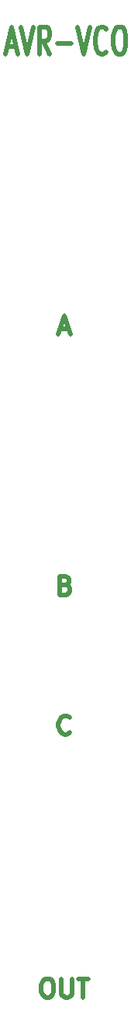
<source format=gts>
G04 #@! TF.GenerationSoftware,KiCad,Pcbnew,5.1.7-a382d34a8~87~ubuntu18.04.1*
G04 #@! TF.CreationDate,2021-01-14T14:26:26+00:00*
G04 #@! TF.ProjectId,3hp-avr-vco,3368702d-6176-4722-9d76-636f2e6b6963,rev?*
G04 #@! TF.SameCoordinates,Original*
G04 #@! TF.FileFunction,Soldermask,Top*
G04 #@! TF.FilePolarity,Negative*
%FSLAX46Y46*%
G04 Gerber Fmt 4.6, Leading zero omitted, Abs format (unit mm)*
G04 Created by KiCad (PCBNEW 5.1.7-a382d34a8~87~ubuntu18.04.1) date 2021-01-14 14:26:26*
%MOMM*%
%LPD*%
G01*
G04 APERTURE LIST*
%ADD10C,0.500000*%
G04 APERTURE END LIST*
D10*
X132366000Y-164766761D02*
X132746952Y-164766761D01*
X132937428Y-164862000D01*
X133127904Y-165052476D01*
X133223142Y-165433428D01*
X133223142Y-166100095D01*
X133127904Y-166481047D01*
X132937428Y-166671523D01*
X132746952Y-166766761D01*
X132366000Y-166766761D01*
X132175523Y-166671523D01*
X131985047Y-166481047D01*
X131889809Y-166100095D01*
X131889809Y-165433428D01*
X131985047Y-165052476D01*
X132175523Y-164862000D01*
X132366000Y-164766761D01*
X134080285Y-164766761D02*
X134080285Y-166385809D01*
X134175523Y-166576285D01*
X134270761Y-166671523D01*
X134461238Y-166766761D01*
X134842190Y-166766761D01*
X135032666Y-166671523D01*
X135127904Y-166576285D01*
X135223142Y-166385809D01*
X135223142Y-164766761D01*
X135889809Y-164766761D02*
X137032666Y-164766761D01*
X136461238Y-166766761D02*
X136461238Y-164766761D01*
X134985047Y-137874285D02*
X134889809Y-137969523D01*
X134604095Y-138064761D01*
X134413619Y-138064761D01*
X134127904Y-137969523D01*
X133937428Y-137779047D01*
X133842190Y-137588571D01*
X133746952Y-137207619D01*
X133746952Y-136921904D01*
X133842190Y-136540952D01*
X133937428Y-136350476D01*
X134127904Y-136160000D01*
X134413619Y-136064761D01*
X134604095Y-136064761D01*
X134889809Y-136160000D01*
X134985047Y-136255238D01*
X134508857Y-121777142D02*
X134794571Y-121872380D01*
X134889809Y-121967619D01*
X134985047Y-122158095D01*
X134985047Y-122443809D01*
X134889809Y-122634285D01*
X134794571Y-122729523D01*
X134604095Y-122824761D01*
X133842190Y-122824761D01*
X133842190Y-120824761D01*
X134508857Y-120824761D01*
X134699333Y-120920000D01*
X134794571Y-121015238D01*
X134889809Y-121205714D01*
X134889809Y-121396190D01*
X134794571Y-121586666D01*
X134699333Y-121681904D01*
X134508857Y-121777142D01*
X133842190Y-121777142D01*
X133889809Y-93805333D02*
X134842190Y-93805333D01*
X133699333Y-94376761D02*
X134366000Y-92376761D01*
X135032666Y-94376761D01*
X128143809Y-62984000D02*
X129096190Y-62984000D01*
X127953333Y-63841142D02*
X128620000Y-60841142D01*
X129286666Y-63841142D01*
X129667619Y-60841142D02*
X130334285Y-63841142D01*
X131000952Y-60841142D01*
X132810476Y-63841142D02*
X132143809Y-62412571D01*
X131667619Y-63841142D02*
X131667619Y-60841142D01*
X132429523Y-60841142D01*
X132620000Y-60984000D01*
X132715238Y-61126857D01*
X132810476Y-61412571D01*
X132810476Y-61841142D01*
X132715238Y-62126857D01*
X132620000Y-62269714D01*
X132429523Y-62412571D01*
X131667619Y-62412571D01*
X133667619Y-62698285D02*
X135191428Y-62698285D01*
X135858095Y-60841142D02*
X136524761Y-63841142D01*
X137191428Y-60841142D01*
X139000952Y-63555428D02*
X138905714Y-63698285D01*
X138620000Y-63841142D01*
X138429523Y-63841142D01*
X138143809Y-63698285D01*
X137953333Y-63412571D01*
X137858095Y-63126857D01*
X137762857Y-62555428D01*
X137762857Y-62126857D01*
X137858095Y-61555428D01*
X137953333Y-61269714D01*
X138143809Y-60984000D01*
X138429523Y-60841142D01*
X138620000Y-60841142D01*
X138905714Y-60984000D01*
X139000952Y-61126857D01*
X140239047Y-60841142D02*
X140620000Y-60841142D01*
X140810476Y-60984000D01*
X141000952Y-61269714D01*
X141096190Y-61841142D01*
X141096190Y-62841142D01*
X141000952Y-63412571D01*
X140810476Y-63698285D01*
X140620000Y-63841142D01*
X140239047Y-63841142D01*
X140048571Y-63698285D01*
X139858095Y-63412571D01*
X139762857Y-62841142D01*
X139762857Y-61841142D01*
X139858095Y-61269714D01*
X140048571Y-60984000D01*
X140239047Y-60841142D01*
X132366000Y-164766761D02*
X132746952Y-164766761D01*
X132937428Y-164862000D01*
X133127904Y-165052476D01*
X133223142Y-165433428D01*
X133223142Y-166100095D01*
X133127904Y-166481047D01*
X132937428Y-166671523D01*
X132746952Y-166766761D01*
X132366000Y-166766761D01*
X132175523Y-166671523D01*
X131985047Y-166481047D01*
X131889809Y-166100095D01*
X131889809Y-165433428D01*
X131985047Y-165052476D01*
X132175523Y-164862000D01*
X132366000Y-164766761D01*
X134080285Y-164766761D02*
X134080285Y-166385809D01*
X134175523Y-166576285D01*
X134270761Y-166671523D01*
X134461238Y-166766761D01*
X134842190Y-166766761D01*
X135032666Y-166671523D01*
X135127904Y-166576285D01*
X135223142Y-166385809D01*
X135223142Y-164766761D01*
X135889809Y-164766761D02*
X137032666Y-164766761D01*
X136461238Y-166766761D02*
X136461238Y-164766761D01*
X134985047Y-137874285D02*
X134889809Y-137969523D01*
X134604095Y-138064761D01*
X134413619Y-138064761D01*
X134127904Y-137969523D01*
X133937428Y-137779047D01*
X133842190Y-137588571D01*
X133746952Y-137207619D01*
X133746952Y-136921904D01*
X133842190Y-136540952D01*
X133937428Y-136350476D01*
X134127904Y-136160000D01*
X134413619Y-136064761D01*
X134604095Y-136064761D01*
X134889809Y-136160000D01*
X134985047Y-136255238D01*
X134508857Y-121777142D02*
X134794571Y-121872380D01*
X134889809Y-121967619D01*
X134985047Y-122158095D01*
X134985047Y-122443809D01*
X134889809Y-122634285D01*
X134794571Y-122729523D01*
X134604095Y-122824761D01*
X133842190Y-122824761D01*
X133842190Y-120824761D01*
X134508857Y-120824761D01*
X134699333Y-120920000D01*
X134794571Y-121015238D01*
X134889809Y-121205714D01*
X134889809Y-121396190D01*
X134794571Y-121586666D01*
X134699333Y-121681904D01*
X134508857Y-121777142D01*
X133842190Y-121777142D01*
X133889809Y-93805333D02*
X134842190Y-93805333D01*
X133699333Y-94376761D02*
X134366000Y-92376761D01*
X135032666Y-94376761D01*
X128143809Y-62984000D02*
X129096190Y-62984000D01*
X127953333Y-63841142D02*
X128620000Y-60841142D01*
X129286666Y-63841142D01*
X129667619Y-60841142D02*
X130334285Y-63841142D01*
X131000952Y-60841142D01*
X132810476Y-63841142D02*
X132143809Y-62412571D01*
X131667619Y-63841142D02*
X131667619Y-60841142D01*
X132429523Y-60841142D01*
X132620000Y-60984000D01*
X132715238Y-61126857D01*
X132810476Y-61412571D01*
X132810476Y-61841142D01*
X132715238Y-62126857D01*
X132620000Y-62269714D01*
X132429523Y-62412571D01*
X131667619Y-62412571D01*
X133667619Y-62698285D02*
X135191428Y-62698285D01*
X135858095Y-60841142D02*
X136524761Y-63841142D01*
X137191428Y-60841142D01*
X139000952Y-63555428D02*
X138905714Y-63698285D01*
X138620000Y-63841142D01*
X138429523Y-63841142D01*
X138143809Y-63698285D01*
X137953333Y-63412571D01*
X137858095Y-63126857D01*
X137762857Y-62555428D01*
X137762857Y-62126857D01*
X137858095Y-61555428D01*
X137953333Y-61269714D01*
X138143809Y-60984000D01*
X138429523Y-60841142D01*
X138620000Y-60841142D01*
X138905714Y-60984000D01*
X139000952Y-61126857D01*
X140239047Y-60841142D02*
X140620000Y-60841142D01*
X140810476Y-60984000D01*
X141000952Y-61269714D01*
X141096190Y-61841142D01*
X141096190Y-62841142D01*
X141000952Y-63412571D01*
X140810476Y-63698285D01*
X140620000Y-63841142D01*
X140239047Y-63841142D01*
X140048571Y-63698285D01*
X139858095Y-63412571D01*
X139762857Y-62841142D01*
X139762857Y-61841142D01*
X139858095Y-61269714D01*
X140048571Y-60984000D01*
X140239047Y-60841142D01*
M02*

</source>
